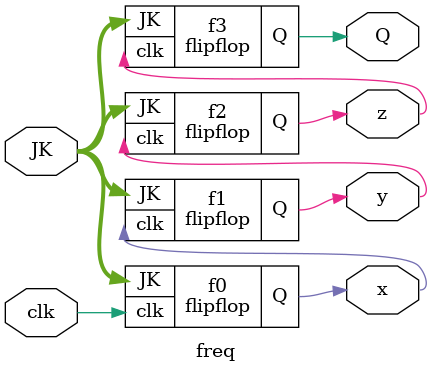
<source format=sv>
module flipflop (JK,clk,Q);
  input [1:0] JK;
  input reg clk;
  output reg Q; 
  always @ (negedge clk) begin
    case(JK)
      2'b00 : Q = Q;
      2'b01 : Q = 0;
      2'b10 : Q = 1;
      2'b11 : Q = ~Q;
    endcase
  end
endmodule

module freq (JK,clk,Q,x,y,z);
  input [1:0] JK;
  input clk;
  output reg Q,x,y,z;
  flipflop f0 (JK,clk,x);
  flipflop f1 (JK,x,y);
  flipflop f2 (JK,y,z);
  flipflop f3 (JK,z,Q);
endmodule
  
      
</source>
